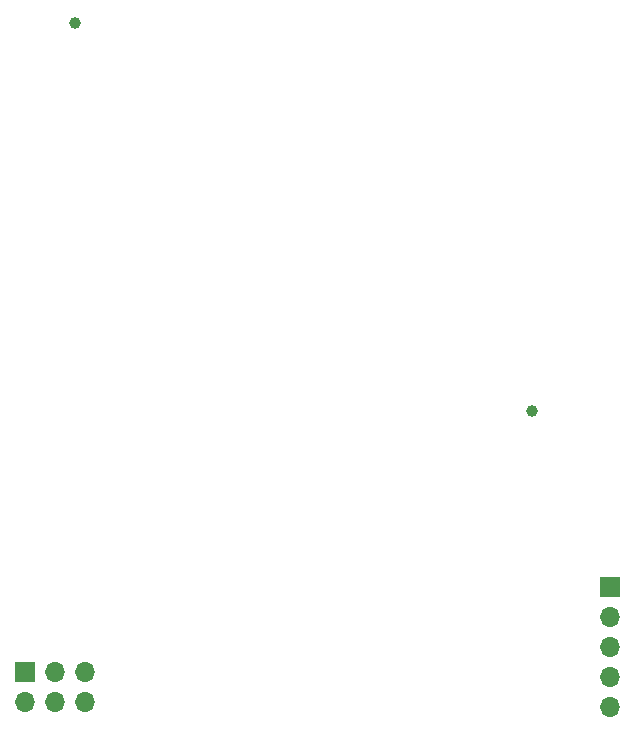
<source format=gts>
G04 #@! TF.GenerationSoftware,KiCad,Pcbnew,(6.0.2)*
G04 #@! TF.CreationDate,2022-06-03T10:10:03-07:00*
G04 #@! TF.ProjectId,iflfu-top,69666c66-752d-4746-9f70-2e6b69636164,rev?*
G04 #@! TF.SameCoordinates,Original*
G04 #@! TF.FileFunction,Soldermask,Top*
G04 #@! TF.FilePolarity,Negative*
%FSLAX46Y46*%
G04 Gerber Fmt 4.6, Leading zero omitted, Abs format (unit mm)*
G04 Created by KiCad (PCBNEW (6.0.2)) date 2022-06-03 10:10:03*
%MOMM*%
%LPD*%
G01*
G04 APERTURE LIST*
%ADD10C,1.000000*%
%ADD11R,1.700000X1.700000*%
%ADD12O,1.700000X1.700000*%
G04 APERTURE END LIST*
D10*
X190300000Y-53534717D03*
X151600000Y-20634717D03*
D11*
X196900000Y-68434717D03*
D12*
X196900000Y-70974717D03*
X196900000Y-73514717D03*
X196900000Y-76054717D03*
X196900000Y-78594717D03*
D11*
X147360000Y-75594717D03*
D12*
X147360000Y-78134717D03*
X149900000Y-75594717D03*
X149900000Y-78134717D03*
X152440000Y-75594717D03*
X152440000Y-78134717D03*
M02*

</source>
